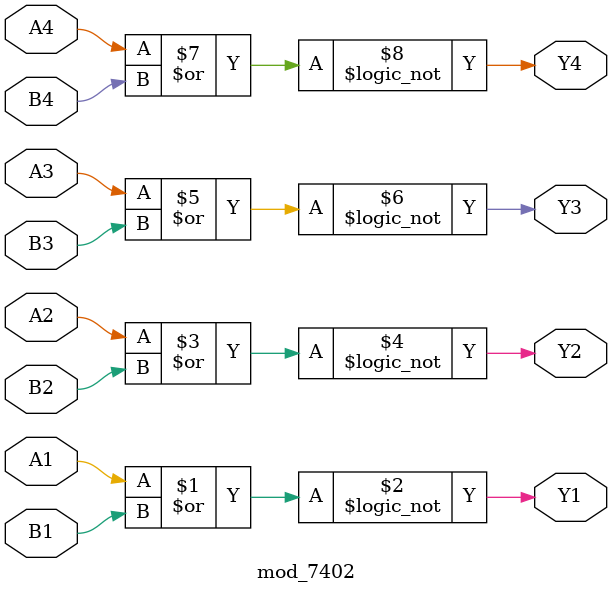
<source format=v>
module mod_7402 (
	input A1, input B1, output Y1, 
	input A2, input B2, output Y2, 
	input A3, input B3, output Y3, 
	input A4, input B4, output Y4
);
	assign Y1 = !(A1 | B1);
	assign Y2 = !(A2 | B2);
	assign Y3 = !(A3 | B3);
	assign Y4 = !(A4 | B4);
endmodule

</source>
